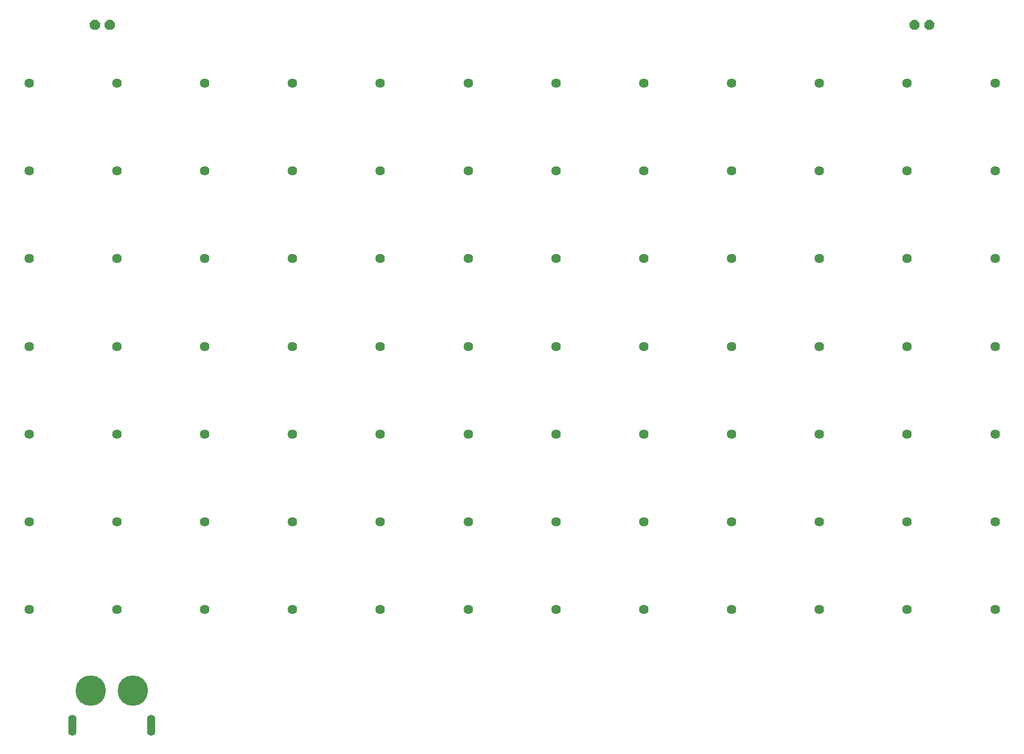
<source format=gbs>
G04 Layer: BottomSolderMaskLayer*
G04 EasyEDA v6.5.47, 2024-11-13 01:40:09*
G04 1c21e17b061f4530800f8f8e294a802d,69e988d02e8547bda770e33b2b7d29c3,10*
G04 Gerber Generator version 0.2*
G04 Scale: 100 percent, Rotated: No, Reflected: No *
G04 Dimensions in millimeters *
G04 leading zeros omitted , absolute positions ,4 integer and 5 decimal *
%FSLAX45Y45*%
%MOMM*%

%ADD10C,5.2040*%
%ADD11O,1.4031976X3.6031932*%
%ADD12C,0.6096*%
%ADD13C,1.6256*%

%LPD*%
D10*
G01*
X2052396Y-11384000D03*
G01*
X2772384Y-11384000D03*
D11*
G01*
X3087395Y-11984024D03*
G01*
X1737385Y-11984024D03*
D12*
G01*
X2052396Y-11573992D03*
G01*
X1917395Y-11519001D03*
G01*
X1862378Y-11384000D03*
G01*
X1917395Y-11248999D03*
G01*
X2052396Y-11194008D03*
G01*
X2187397Y-11248999D03*
G01*
X2242388Y-11384000D03*
G01*
X2187397Y-11519001D03*
G01*
X2772384Y-11573992D03*
G01*
X2637383Y-11519001D03*
G01*
X2582392Y-11384000D03*
G01*
X2637383Y-11248999D03*
G01*
X2772384Y-11194008D03*
G01*
X2907385Y-11248999D03*
G01*
X2962376Y-11384000D03*
G01*
X2907385Y-11519001D03*
G36*
X2088984Y-87223D02*
G01*
X2088415Y-87190D01*
X2087854Y-87096D01*
X2087305Y-86939D01*
X2086780Y-86720D01*
X2086282Y-86443D01*
X2085817Y-86116D01*
X2085393Y-85735D01*
X2037260Y-37602D01*
X2036879Y-37177D01*
X2036551Y-36713D01*
X2036274Y-36215D01*
X2036056Y-35689D01*
X2035898Y-35140D01*
X2035804Y-34579D01*
X2035771Y-34010D01*
X2035771Y34010D01*
X2035804Y34579D01*
X2035898Y35140D01*
X2036056Y35689D01*
X2036274Y36215D01*
X2036551Y36713D01*
X2036879Y37177D01*
X2037260Y37602D01*
X2085393Y85735D01*
X2085817Y86116D01*
X2086282Y86443D01*
X2086780Y86720D01*
X2087305Y86939D01*
X2087854Y87096D01*
X2088415Y87190D01*
X2088984Y87223D01*
X2157006Y87223D01*
X2157575Y87190D01*
X2158136Y87096D01*
X2158685Y86939D01*
X2159210Y86720D01*
X2159708Y86443D01*
X2160173Y86116D01*
X2160597Y85735D01*
X2208730Y37602D01*
X2209111Y37177D01*
X2209439Y36713D01*
X2209716Y36215D01*
X2209934Y35689D01*
X2210092Y35140D01*
X2210186Y34579D01*
X2210219Y34010D01*
X2210219Y-34010D01*
X2210186Y-34579D01*
X2210092Y-35140D01*
X2209934Y-35689D01*
X2209716Y-36215D01*
X2209439Y-36713D01*
X2209111Y-37177D01*
X2208730Y-37602D01*
X2160597Y-85735D01*
X2160173Y-86116D01*
X2159708Y-86443D01*
X2159210Y-86720D01*
X2158685Y-86939D01*
X2158136Y-87096D01*
X2157575Y-87190D01*
X2157006Y-87223D01*
G37*
G36*
X2342984Y-87223D02*
G01*
X2342415Y-87190D01*
X2341854Y-87096D01*
X2341305Y-86939D01*
X2340780Y-86720D01*
X2340282Y-86443D01*
X2339817Y-86116D01*
X2339393Y-85735D01*
X2291260Y-37602D01*
X2290879Y-37177D01*
X2290551Y-36713D01*
X2290274Y-36215D01*
X2290056Y-35689D01*
X2289898Y-35140D01*
X2289804Y-34579D01*
X2289771Y-34010D01*
X2289771Y34010D01*
X2289804Y34579D01*
X2289898Y35140D01*
X2290056Y35689D01*
X2290274Y36215D01*
X2290551Y36713D01*
X2290879Y37177D01*
X2291260Y37602D01*
X2339393Y85735D01*
X2339817Y86116D01*
X2340282Y86443D01*
X2340780Y86720D01*
X2341305Y86939D01*
X2341854Y87096D01*
X2342415Y87190D01*
X2342984Y87223D01*
X2411006Y87223D01*
X2411575Y87190D01*
X2412136Y87096D01*
X2412685Y86939D01*
X2413210Y86720D01*
X2413708Y86443D01*
X2414173Y86116D01*
X2414597Y85735D01*
X2462730Y37602D01*
X2463111Y37177D01*
X2463439Y36713D01*
X2463716Y36215D01*
X2463934Y35689D01*
X2464092Y35140D01*
X2464186Y34579D01*
X2464219Y34010D01*
X2464219Y-34010D01*
X2464186Y-34579D01*
X2464092Y-35140D01*
X2463934Y-35689D01*
X2463716Y-36215D01*
X2463439Y-36713D01*
X2463111Y-37177D01*
X2462730Y-37602D01*
X2414597Y-85735D01*
X2414173Y-86116D01*
X2413708Y-86443D01*
X2413210Y-86720D01*
X2412685Y-86939D01*
X2412136Y-87096D01*
X2411575Y-87190D01*
X2411006Y-87223D01*
G37*
G36*
X16342956Y-87223D02*
G01*
X16342387Y-87190D01*
X16341826Y-87096D01*
X16341277Y-86939D01*
X16340752Y-86720D01*
X16340254Y-86443D01*
X16339789Y-86116D01*
X16339365Y-85735D01*
X16291232Y-37602D01*
X16290851Y-37177D01*
X16290523Y-36713D01*
X16290246Y-36215D01*
X16290028Y-35689D01*
X16289870Y-35140D01*
X16289776Y-34579D01*
X16289743Y-34010D01*
X16289743Y34010D01*
X16289776Y34579D01*
X16289870Y35140D01*
X16290028Y35689D01*
X16290246Y36215D01*
X16290523Y36713D01*
X16290851Y37177D01*
X16291232Y37602D01*
X16339365Y85735D01*
X16339789Y86116D01*
X16340254Y86443D01*
X16340752Y86720D01*
X16341277Y86939D01*
X16341826Y87096D01*
X16342387Y87190D01*
X16342956Y87223D01*
X16410978Y87223D01*
X16411547Y87190D01*
X16412108Y87096D01*
X16412657Y86939D01*
X16413182Y86720D01*
X16413680Y86443D01*
X16414145Y86116D01*
X16414569Y85735D01*
X16462702Y37602D01*
X16463083Y37177D01*
X16463411Y36713D01*
X16463688Y36215D01*
X16463906Y35689D01*
X16464064Y35140D01*
X16464158Y34579D01*
X16464191Y34010D01*
X16464191Y-34010D01*
X16464158Y-34579D01*
X16464064Y-35140D01*
X16463906Y-35689D01*
X16463688Y-36215D01*
X16463411Y-36713D01*
X16463083Y-37177D01*
X16462702Y-37602D01*
X16414569Y-85735D01*
X16414145Y-86116D01*
X16413680Y-86443D01*
X16413182Y-86720D01*
X16412657Y-86939D01*
X16412108Y-87096D01*
X16411547Y-87190D01*
X16410978Y-87223D01*
G37*
G36*
X16088956Y-87223D02*
G01*
X16088387Y-87190D01*
X16087826Y-87096D01*
X16087277Y-86939D01*
X16086752Y-86720D01*
X16086254Y-86443D01*
X16085789Y-86116D01*
X16085365Y-85735D01*
X16037232Y-37602D01*
X16036851Y-37177D01*
X16036523Y-36713D01*
X16036246Y-36215D01*
X16036028Y-35689D01*
X16035870Y-35140D01*
X16035776Y-34579D01*
X16035743Y-34010D01*
X16035743Y34010D01*
X16035776Y34579D01*
X16035870Y35140D01*
X16036028Y35689D01*
X16036246Y36215D01*
X16036523Y36713D01*
X16036851Y37177D01*
X16037232Y37602D01*
X16085365Y85735D01*
X16085789Y86116D01*
X16086254Y86443D01*
X16086752Y86720D01*
X16087277Y86939D01*
X16087826Y87096D01*
X16088387Y87190D01*
X16088956Y87223D01*
X16156978Y87223D01*
X16157547Y87190D01*
X16158108Y87096D01*
X16158657Y86939D01*
X16159182Y86720D01*
X16159680Y86443D01*
X16160145Y86116D01*
X16160569Y85735D01*
X16208702Y37602D01*
X16209083Y37177D01*
X16209411Y36713D01*
X16209688Y36215D01*
X16209906Y35689D01*
X16210064Y35140D01*
X16210158Y34579D01*
X16210191Y34010D01*
X16210191Y-34010D01*
X16210158Y-34579D01*
X16210064Y-35140D01*
X16209906Y-35689D01*
X16209688Y-36215D01*
X16209411Y-36713D01*
X16209083Y-37177D01*
X16208702Y-37602D01*
X16160569Y-85735D01*
X16160145Y-86116D01*
X16159680Y-86443D01*
X16159182Y-86720D01*
X16158657Y-86939D01*
X16158108Y-87096D01*
X16157547Y-87190D01*
X16156978Y-87223D01*
G37*
D13*
G01*
X999997Y-999997D03*
G01*
X999997Y-2499995D03*
G01*
X2499995Y-999997D03*
G01*
X2499995Y-2499995D03*
G01*
X3999991Y-999997D03*
G01*
X3999991Y-2499995D03*
G01*
X5499988Y-999997D03*
G01*
X5499988Y-2499995D03*
G01*
X5499988Y-3999992D03*
G01*
X3999991Y-3999992D03*
G01*
X2499995Y-3999992D03*
G01*
X999997Y-3999992D03*
G01*
X999997Y-2499995D03*
G01*
X2499995Y-2499995D03*
G01*
X3999991Y-2499995D03*
G01*
X5499988Y-2499995D03*
G01*
X9999979Y-5499988D03*
G01*
X8499983Y-5499988D03*
G01*
X6999986Y-5499988D03*
G01*
X5499988Y-5499988D03*
G01*
X5499988Y-3999992D03*
G01*
X6999986Y-3999992D03*
G01*
X8499983Y-3999992D03*
G01*
X9999979Y-3999992D03*
G01*
X9999979Y-2499995D03*
G01*
X8499983Y-2499995D03*
G01*
X6999986Y-2499995D03*
G01*
X5499988Y-2499995D03*
G01*
X5499988Y-999997D03*
G01*
X6999986Y-999997D03*
G01*
X8499983Y-999997D03*
G01*
X9999979Y-999997D03*
G01*
X5499988Y-5499988D03*
G01*
X3999991Y-5499988D03*
G01*
X2499995Y-5499988D03*
G01*
X999997Y-5499988D03*
G01*
X999997Y-3999992D03*
G01*
X2499995Y-3999992D03*
G01*
X3999991Y-3999992D03*
G01*
X5499988Y-3999992D03*
G01*
X5499988Y-6999986D03*
G01*
X3999991Y-6999986D03*
G01*
X2499995Y-6999986D03*
G01*
X999997Y-6999986D03*
G01*
X999997Y-5499988D03*
G01*
X2499995Y-5499988D03*
G01*
X3999991Y-5499988D03*
G01*
X5499988Y-5499988D03*
G01*
X5499988Y-8499983D03*
G01*
X3999991Y-8499983D03*
G01*
X2499995Y-8499983D03*
G01*
X999997Y-8499983D03*
G01*
X999997Y-6999986D03*
G01*
X2499995Y-6999986D03*
G01*
X3999991Y-6999986D03*
G01*
X5499988Y-6999986D03*
G01*
X5499988Y-9999979D03*
G01*
X3999991Y-9999979D03*
G01*
X2499995Y-9999979D03*
G01*
X999997Y-9999979D03*
G01*
X999997Y-8499983D03*
G01*
X2499995Y-8499983D03*
G01*
X3999991Y-8499983D03*
G01*
X5499988Y-8499983D03*
G01*
X9999979Y-9999979D03*
G01*
X8499983Y-9999979D03*
G01*
X6999986Y-9999979D03*
G01*
X5499988Y-9999979D03*
G01*
X5499988Y-8499983D03*
G01*
X6999986Y-8499983D03*
G01*
X8499983Y-8499983D03*
G01*
X9999979Y-8499983D03*
G01*
X9999979Y-6999986D03*
G01*
X8499983Y-6999986D03*
G01*
X6999986Y-6999986D03*
G01*
X5499988Y-6999986D03*
G01*
X5499988Y-5499988D03*
G01*
X6999986Y-5499988D03*
G01*
X8499983Y-5499988D03*
G01*
X9999979Y-5499988D03*
G01*
X14499970Y-2499995D03*
G01*
X12999974Y-2499995D03*
G01*
X11499977Y-2499995D03*
G01*
X9999979Y-2499995D03*
G01*
X9999979Y-999997D03*
G01*
X11499977Y-999997D03*
G01*
X12999974Y-999997D03*
G01*
X14499970Y-999997D03*
G01*
X17499965Y-2499995D03*
G01*
X15999968Y-2499995D03*
G01*
X14499970Y-2499995D03*
G01*
X12999974Y-2499995D03*
G01*
X12999974Y-999997D03*
G01*
X14499970Y-999997D03*
G01*
X15999968Y-999997D03*
G01*
X17499965Y-999997D03*
G01*
X15999968Y-3999992D03*
G01*
X14499970Y-3999992D03*
G01*
X12999974Y-3999992D03*
G01*
X11499977Y-3999992D03*
G01*
X11499977Y-2499995D03*
G01*
X12999974Y-2499995D03*
G01*
X14499970Y-2499995D03*
G01*
X15999968Y-2499995D03*
G01*
X17499965Y-3999992D03*
G01*
X15999968Y-3999992D03*
G01*
X14499970Y-3999992D03*
G01*
X12999974Y-3999992D03*
G01*
X12999974Y-2499995D03*
G01*
X14499970Y-2499995D03*
G01*
X15999968Y-2499995D03*
G01*
X17499965Y-2499995D03*
G01*
X15999968Y-5499988D03*
G01*
X14499970Y-5499988D03*
G01*
X12999974Y-5499988D03*
G01*
X11499977Y-5499988D03*
G01*
X11499977Y-3999992D03*
G01*
X12999974Y-3999992D03*
G01*
X14499970Y-3999992D03*
G01*
X15999968Y-3999992D03*
G01*
X15999968Y-6999986D03*
G01*
X14499970Y-6999986D03*
G01*
X12999974Y-6999986D03*
G01*
X11499977Y-6999986D03*
G01*
X11499977Y-5499988D03*
G01*
X12999974Y-5499988D03*
G01*
X14499970Y-5499988D03*
G01*
X15999968Y-5499988D03*
G01*
X17499965Y-6999986D03*
G01*
X15999968Y-6999986D03*
G01*
X14499970Y-6999986D03*
G01*
X12999974Y-6999986D03*
G01*
X12999974Y-5499988D03*
G01*
X14499970Y-5499988D03*
G01*
X15999968Y-5499988D03*
G01*
X17499965Y-5499988D03*
G01*
X14499970Y-9999979D03*
G01*
X12999974Y-9999979D03*
G01*
X11499977Y-9999979D03*
G01*
X9999979Y-9999979D03*
G01*
X9999979Y-8499983D03*
G01*
X11499977Y-8499983D03*
G01*
X12999974Y-8499983D03*
G01*
X14499970Y-8499983D03*
G01*
X17499965Y-9999979D03*
G01*
X15999968Y-9999979D03*
G01*
X14499970Y-9999979D03*
G01*
X12999974Y-9999979D03*
G01*
X12999974Y-8499983D03*
G01*
X14499970Y-8499983D03*
G01*
X15999968Y-8499983D03*
G01*
X17499965Y-8499983D03*
M02*

</source>
